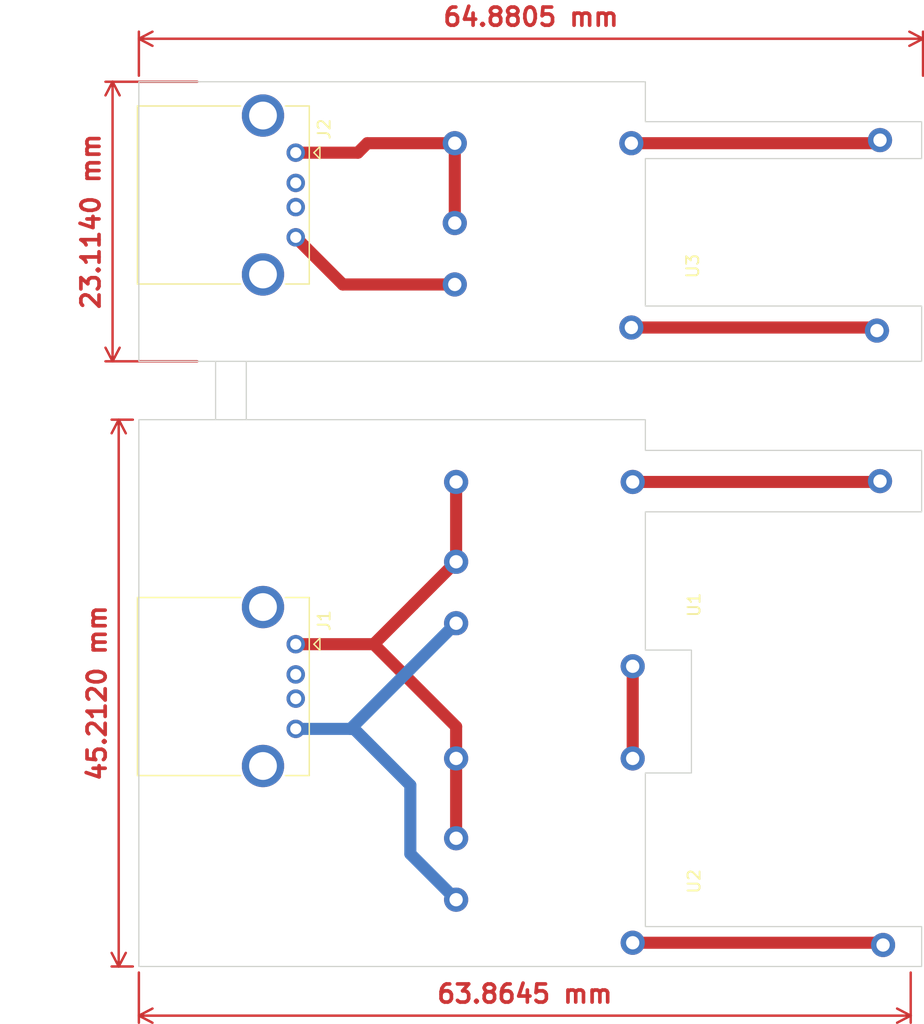
<source format=kicad_pcb>
(kicad_pcb (version 20211014) (generator pcbnew)
  (layers (0 "F.Cu" signal) (31 "B.Cu" signal) (34 "B.Paste" user) (35 "F.Paste" user) (36 "B.SilkS" user "B.Silkscreen") (37 "F.SilkS" user "F.Silkscreen") (38 "B.Mask" user) (39 "F.Mask" user) (44 "Edge.Cuts" user))
  (net 0 "")
  (net 1 "Net-(J1-Pad1)")
  (net 4 "Net-(J2-Pad1)")
  (net 6 "Net-(J1-Pad4)")
  (net 9 "Net-(U1-Pad3)")
  (net 10 "unconnected-(U1-Pad4)")
  (net 11 "unconnected-(U2-Pad3)")
  (net 12 "unconnected-(U3-Pad3)")
  (net 13 "unconnected-(U3-Pad4)")
  (net 15 "Net-(J2-Pad4)")
  (footprint "" (layer "F.Cu") (at 190.5 59.944)
    (fp_text reference "" (at 0 0) (layer "F.SilkS") (effects (font (size 1.27 1.27))))
    (fp_text value "" (at 0 0) (layer "F.SilkS") (effects (font (size 1.27 1.27))))
    (pad "3" thru_hole circle (at 0 0 90) (size 2 2) (drill 1.1) (layers *.Cu *.Mask) (net 12 "unconnected-(U3-Pad3)"))
  )
  (footprint "" (layer "F.Cu") (at 190.754 44.196)
    (fp_text reference "" (at 0 0) (layer "F.SilkS") (effects (font (size 1.27 1.27))))
    (fp_text value "" (at 0 0) (layer "F.SilkS") (effects (font (size 1.27 1.27))))
    (pad "4" thru_hole circle (at 0 0 90) (size 2 2) (drill 1.1) (layers *.Cu *.Mask) (net 13 "unconnected-(U3-Pad4)"))
  )
  (footprint "AG50-5:AG50-5P" (layer "F.Cu") (at 170.18 54.61 90)
    (fp_text reference "U3" (at 0 5.08 90 unlocked) (layer "F.SilkS"))
    (fp_text value "AG50-5P")
    (pad "1" thru_hole circle (at -1.52 -14.61 90) (size 2 2) (drill 1.1) (layers *.Cu *.Mask) (net 15 "Net-(J2-Pad4)"))
    (pad "2" thru_hole circle (at 3.56 -14.61 90) (size 2 2) (drill 1.1) (layers *.Cu *.Mask) (net 4 "Net-(J2-Pad1)"))
    (pad "3" thru_hole circle (at -5.08 0 90) (size 2 2) (drill 1.1) (layers *.Cu *.Mask) (net 12 "unconnected-(U3-Pad3)"))
    (pad "4" thru_hole circle (at 10.16 0 90) (size 2 2) (drill 1.1) (layers *.Cu *.Mask) (net 13 "unconnected-(U3-Pad4)"))
    (pad "5" thru_hole circle (at 10.16 -14.61 90) (size 2 2) (drill 1.1) (layers *.Cu *.Mask) (net 4 "Net-(J2-Pad1)"))
  )
  (footprint "Connector_USB:USB_A_CONNFLY_DS1095-WNR0" (layer "F.Cu") (at 142.41 85.874 -90)
    (fp_text reference "J1" (at -1.95 -2.35 90) (layer "F.SilkS"))
    (fp_text value "USB_A")
    (fp_line (start -3.86 13.1) (end 10.86 13.1) (layer "F.SilkS") (width 0.12))
    (fp_line (start 10.86 4.56) (end 10.86 13.1) (layer "F.SilkS") (width 0.12))
    (fp_line (start -0.5 -2) (end 0 -1.5) (layer "F.SilkS") (width 0.12))
    (fp_line (start -3.86 -1.12) (end -3.86 0.86) (layer "F.SilkS") (width 0.12))
    (fp_line (start -3.86 4.56) (end -3.86 13.1) (layer "F.SilkS") (width 0.12))
    (fp_line (start -3.86 -1.12) (end 10.86 -1.12) (layer "F.SilkS") (width 0.12))
    (fp_line (start 0.5 -2) (end -0.5 -2) (layer "F.SilkS") (width 0.12))
    (fp_line (start 0 -1.5) (end 0.5 -2) (layer "F.SilkS") (width 0.12))
    (fp_line (start 10.86 0.86) (end 10.86 -1.12) (layer "F.SilkS") (width 0.12))
    (pad "1" thru_hole circle (at 0 0 270) (size 1.524 1.524) (drill 0.92) (layers *.Cu *.Mask) (net 1 "Net-(J1-Pad1)"))
    (pad "2" thru_hole circle (at 2.5 0 270) (size 1.524 1.524) (drill 0.92) (layers *.Cu *.Mask))
    (pad "3" thru_hole circle (at 4.5 0 270) (size 1.524 1.524) (drill 0.92) (layers *.Cu *.Mask))
    (pad "4" thru_hole circle (at 7 0 270) (size 1.524 1.524) (drill 0.92) (layers *.Cu *.Mask) (net 6 "Net-(J1-Pad4)"))
    (pad "5" thru_hole circle (at 10.07 2.71 270) (size 3.5 3.5) (drill 2.3) (layers *.Cu *.Mask))
    (pad "5" thru_hole circle (at -3.07 2.71 270) (size 3.5 3.5) (drill 2.3) (layers *.Cu *.Mask))
  )
  (footprint "Connector_USB:USB_A_CONNFLY_DS1095-WNR0" (layer "F.Cu") (at 142.41 45.234 -90)
    (fp_text reference "J2" (at -1.95 -2.35 90) (layer "F.SilkS"))
    (fp_text value "USB_A")
    (fp_line (start 0 -1.5) (end 0.5 -2) (layer "F.SilkS") (width 0.12))
    (fp_line (start -3.86 13.1) (end 10.86 13.1) (layer "F.SilkS") (width 0.12))
    (fp_line (start -3.86 4.56) (end -3.86 13.1) (layer "F.SilkS") (width 0.12))
    (fp_line (start -3.86 -1.12) (end 10.86 -1.12) (layer "F.SilkS") (width 0.12))
    (fp_line (start 10.86 4.56) (end 10.86 13.1) (layer "F.SilkS") (width 0.12))
    (fp_line (start -0.5 -2) (end 0 -1.5) (layer "F.SilkS") (width 0.12))
    (fp_line (start 10.86 0.86) (end 10.86 -1.12) (layer "F.SilkS") (width 0.12))
    (fp_line (start 0.5 -2) (end -0.5 -2) (layer "F.SilkS") (width 0.12))
    (fp_line (start -3.86 -1.12) (end -3.86 0.86) (layer "F.SilkS") (width 0.12))
    (pad "1" thru_hole circle (at 0 0 270) (size 1.524 1.524) (drill 0.92) (layers *.Cu *.Mask) (net 4 "Net-(J2-Pad1)"))
    (pad "2" thru_hole circle (at 2.5 0 270) (size 1.524 1.524) (drill 0.92) (layers *.Cu *.Mask))
    (pad "3" thru_hole circle (at 4.5 0 270) (size 1.524 1.524) (drill 0.92) (layers *.Cu *.Mask))
    (pad "4" thru_hole circle (at 7 0 270) (size 1.524 1.524) (drill 0.92) (layers *.Cu *.Mask) (net 15 "Net-(J2-Pad4)"))
    (pad "5" thru_hole circle (at 10.07 2.71 270) (size 3.5 3.5) (drill 2.3) (layers *.Cu *.Mask))
    (pad "5" thru_hole circle (at -3.07 2.71 270) (size 3.5 3.5) (drill 2.3) (layers *.Cu *.Mask))
  )
  (footprint "AG50-5:AG50-5P" (layer "F.Cu") (at 170.290479 105.478479 90)
    (fp_text reference "U2" (at 0 5.08 90 unlocked) (layer "F.SilkS"))
    (fp_text value "AG50-5P")
    (pad "1" thru_hole circle (at -1.52 -14.61 90) (size 2 2) (drill 1.1) (layers *.Cu *.Mask) (net 6 "Net-(J1-Pad4)"))
    (pad "2" thru_hole circle (at 3.56 -14.61 90) (size 2 2) (drill 1.1) (layers *.Cu *.Mask) (net 1 "Net-(J1-Pad1)"))
    (pad "3" thru_hole circle (at -5.08 0 90) (size 2 2) (drill 1.1) (layers *.Cu *.Mask) (net 11 "unconnected-(U2-Pad3)"))
    (pad "4" thru_hole circle (at 10.16 0 90) (size 2 2) (drill 1.1) (layers *.Cu *.Mask) (net 9 "Net-(U1-Pad3)"))
    (pad "5" thru_hole circle (at 10.16 -14.61 90) (size 2 2) (drill 1.1) (layers *.Cu *.Mask) (net 1 "Net-(J1-Pad1)"))
  )
  (footprint "" (layer "F.Cu") (at 191.008 110.744)
    (fp_text reference "" (at 0 0) (layer "F.SilkS") (effects (font (size 1.27 1.27))))
    (fp_text value "" (at 0 0) (layer "F.SilkS") (effects (font (size 1.27 1.27))))
    (pad "3" thru_hole circle (at 0 0 90) (size 2 2) (drill 1.1) (layers *.Cu *.Mask) (net 11 "unconnected-(U2-Pad3)"))
  )
  (footprint "" (layer "F.Cu") (at 190.754 72.39)
    (fp_text reference "" (at 0 0) (layer "F.SilkS") (effects (font (size 1.27 1.27))))
    (fp_text value "" (at 0 0) (layer "F.SilkS") (effects (font (size 1.27 1.27))))
    (pad "4" thru_hole circle (at 0 0 90) (size 2 2) (drill 1.1) (layers *.Cu *.Mask) (net 10 "unconnected-(U1-Pad4)"))
  )
  (footprint "AG50-5:AG50-5P" (layer "F.Cu") (at 170.290479 82.618479 90)
    (fp_text reference "U1" (at 0 5.08 90 unlocked) (layer "F.SilkS"))
    (fp_text value "AG50-5P")
    (pad "1" thru_hole circle (at -1.52 -14.61 90) (size 2 2) (drill 1.1) (layers *.Cu *.Mask) (net 6 "Net-(J1-Pad4)"))
    (pad "2" thru_hole circle (at 3.56 -14.61 90) (size 2 2) (drill 1.1) (layers *.Cu *.Mask) (net 1 "Net-(J1-Pad1)"))
    (pad "3" thru_hole circle (at -5.08 0 90) (size 2 2) (drill 1.1) (layers *.Cu *.Mask) (net 9 "Net-(U1-Pad3)"))
    (pad "4" thru_hole circle (at 10.16 0 90) (size 2 2) (drill 1.1) (layers *.Cu *.Mask) (net 10 "unconnected-(U1-Pad4)"))
    (pad "5" thru_hole circle (at 10.16 -14.61 90) (size 2 2) (drill 1.1) (layers *.Cu *.Mask) (net 1 "Net-(J1-Pad1)"))
  )
  (gr_poly (pts (xy 171.339521 42.672) (xy 194.199521 42.672) (xy 194.199521 45.72) (xy 171.339521 45.72) (xy 171.339521 57.912) (xy 194.199521 57.912) (xy 194.199521 62.484) (xy 138.319521 62.484) (xy 138.319521 67.31) (xy 171.339521 67.31) (xy 171.339521 69.85) (xy 194.199521 69.85) (xy 194.199521 74.93) (xy 171.339521 74.93) (xy 171.339521 86.36) (xy 175.149521 86.36) (xy 175.149521 96.52) (xy 171.339521 96.52) (xy 171.339521 109.22) (xy 194.199521 109.22) (xy 194.199521 112.522) (xy 129.429521 112.522) (xy 129.429521 67.31) (xy 135.779521 67.31) (xy 135.779521 62.484) (xy 129.429521 62.484) (xy 129.429521 39.37) (xy 171.339521 39.37)) (layer "Edge.Cuts") (width 0.1) (fill none))
  (gr_line (start 135.779521 62.484) (end 138.319521 62.484) (layer "Edge.Cuts") (width 0.1))
  (gr_line (start 135.779521 67.31) (end 138.319521 67.31) (layer "Edge.Cuts") (width 0.1))
  (dimension (type aligned) (layer "F.Cu") (pts (xy 129.429521 112.522) (xy 129.429521 67.31)) (height -1.667521) (gr_text "45,2120 mm" (at 125.962 89.916 90) (layer "F.Cu") (effects (font (size 1.5 1.5) (thickness 0.3)))) (format (units 3) (units_format 1) (precision 4)) (style (thickness 0.2) (arrow_length 1.27) (text_position_mode 0) (extension_height 0.58642) (extension_offset 0.5) keep_text_aligned))
  (dimension (type aligned) (layer "F.Cu") (pts (xy 129.429521 39.37) (xy 194.31 39.37)) (height -3.556) (gr_text "64,8805 mm" (at 161.86976 34.014) (layer "F.Cu") (effects (font (size 1.5 1.5) (thickness 0.3)))) (format (units 3) (units_format 1) (precision 4)) (style (thickness 0.2) (arrow_length 1.27) (text_position_mode 0) (extension_height 0.58642) (extension_offset 0.5) keep_text_aligned))
  (dimension (type aligned) (layer "F.Cu") (pts (xy 134.763521 62.484) (xy 134.763521 39.37)) (height -7.509521) (gr_text "23,1140 mm" (at 125.454 50.927 90) (layer "F.Cu") (effects (font (size 1.5 1.5) (thickness 0.3)))) (format (units 3) (units_format 1) (precision 4)) (style (thickness 0.2) (arrow_length 1.27) (text_position_mode 0) (extension_height 0.58642) (extension_offset 0.5) keep_text_aligned))
  (dimension (type aligned) (layer "F.Cu") (pts (xy 193.294 112.522) (xy 129.429521 112.522)) (height -4.064) (gr_text "63,8645 mm" (at 161.361761 114.786) (layer "F.Cu") (effects (font (size 1.5 1.5) (thickness 0.3)))) (format (units 3) (units_format 1) (precision 4)) (style (thickness 0.2) (arrow_length 1.27) (text_position_mode 0) (extension_height 0.58642) (extension_offset 0.5) keep_text_aligned))
  (segment (start 148.864958 85.874) (end 152.146 82.592958) (width 1) (layer "F.Cu") (net 1))
  (segment (start 142.41 85.874) (end 148.866 85.874) (width 1) (layer "F.Cu") (net 1))
  (segment (start 148.864958 85.874) (end 148.866 85.874) (width 1) (layer "F.Cu") (net 1))
  (segment (start 148.866 85.874) (end 155.680479 92.688479) (width 1) (layer "F.Cu") (net 1))
  (segment (start 155.680479 79.058479) (end 155.680479 72.458479) (width 1) (layer "F.Cu") (net 1))
  (segment (start 152.146 82.592958) (end 155.680479 79.058479) (width 1) (layer "F.Cu") (net 1))
  (segment (start 155.680479 92.688479) (end 155.680479 95.318479) (width 1) (layer "F.Cu") (net 1))
  (segment (start 155.680479 101.918479) (end 155.680479 95.318479) (width 1) (layer "F.Cu") (net 1))
  (segment (start 155.57 51.05) (end 155.57 44.45) (width 1) (layer "F.Cu") (net 4))
  (segment (start 147.552 45.234) (end 148.336 44.45) (width 1) (layer "F.Cu") (net 4))
  (segment (start 142.41 45.234) (end 147.552 45.234) (width 1) (layer "F.Cu") (net 4))
  (segment (start 148.336 44.45) (end 155.57 44.45) (width 1) (layer "F.Cu") (net 4))
  (segment (start 146.944958 92.874) (end 151.892 87.926958) (width 1) (layer "B.Cu") (net 6))
  (segment (start 146.944958 92.874) (end 147.23 92.874) (width 1) (layer "B.Cu") (net 6))
  (segment (start 155.680479 106.998479) (end 151.892 103.21) (width 1) (layer "B.Cu") (net 6))
  (segment (start 142.41 92.874) (end 147.23 92.874) (width 1) (layer "B.Cu") (net 6))
  (segment (start 147.23 92.874) (end 151.892 97.536) (width 1) (layer "B.Cu") (net 6))
  (segment (start 151.892 97.536) (end 151.892 103.21) (width 1) (layer "B.Cu") (net 6))
  (segment (start 151.892 87.926958) (end 155.680479 84.138479) (width 1) (layer "B.Cu") (net 6))
  (segment (start 170.290479 95.318479) (end 170.290479 87.698479) (width 1) (layer "F.Cu") (net 9))
  (segment (start 190.431521 72.458479) (end 190.5 72.39) (width 1) (layer "F.Cu") (net 10))
  (segment (start 170.290479 72.458479) (end 190.431521 72.458479) (width 1) (layer "F.Cu") (net 10))
  (segment (start 190.431521 110.558479) (end 190.5 110.49) (width 1) (layer "F.Cu") (net 11))
  (segment (start 170.290479 110.558479) (end 190.431521 110.558479) (width 1) (layer "F.Cu") (net 11))
  (segment (start 170.18 59.69) (end 190.5 59.69) (width 1) (layer "F.Cu") (net 12))
  (segment (start 170.18 44.45) (end 190.5 44.45) (width 1) (layer "F.Cu") (net 13))
  (segment (start 146.3 56.13) (end 155.57 56.13) (width 1) (layer "F.Cu") (net 15))
  (segment (start 142.404 52.234) (end 146.3 56.13) (width 1) (layer "F.Cu") (net 15))
)
</source>
